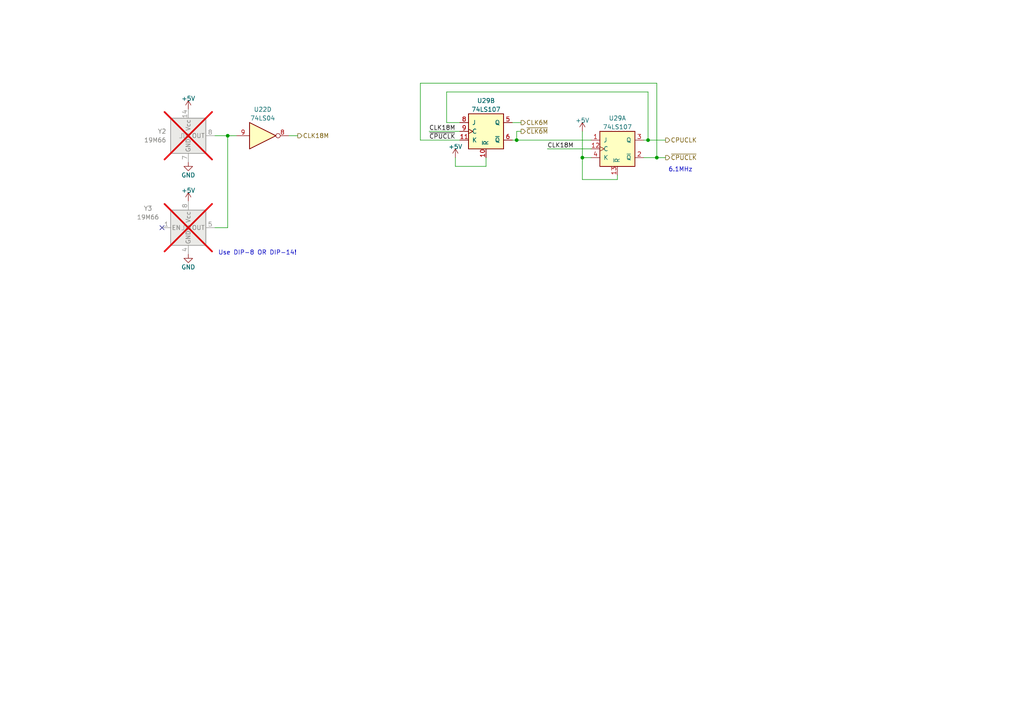
<source format=kicad_sch>
(kicad_sch (version 20231120) (generator "eeschema") (generator_version "8.0")
  (paper "A4")
  (title_block (title "EVA1 (Epson Video Adapter) - Clock Generation") (date "2025-01-09") (rev "v0.1") (company "100% Offner") (comment 1 "v0.1: Initial Release"))
  (lib_symbols
    (symbol "74xx:74LS04"
      (property "Reference" "U" (at 0 1.27 0))
      (property "Value" "74LS04" (at 0 -1.27 0))
      (symbol "74LS04_1_0"
        (polyline (pts (xy -3.81 3.81) (xy -3.81 -3.81) (xy 3.81 0) (xy -3.81 3.81)) (stroke (width 0.254)) (fill (type background)))
        (pin input line (at -7.62 0 0) (length 3.81) (name "~") (number "1"))
        (pin output inverted (at 7.62 0 180) (length 3.81) (name "~") (number "2"))
      )
      (symbol "74LS04_2_0"
        (polyline (pts (xy -3.81 3.81) (xy -3.81 -3.81) (xy 3.81 0) (xy -3.81 3.81)) (stroke (width 0.254)) (fill (type background)))
        (pin input line (at -7.62 0 0) (length 3.81) (name "~") (number "3"))
        (pin output inverted (at 7.62 0 180) (length 3.81) (name "~") (number "4"))
      )
      (symbol "74LS04_3_0"
        (polyline (pts (xy -3.81 3.81) (xy -3.81 -3.81) (xy 3.81 0) (xy -3.81 3.81)) (stroke (width 0.254)) (fill (type background)))
        (pin input line (at -7.62 0 0) (length 3.81) (name "~") (number "5"))
        (pin output inverted (at 7.62 0 180) (length 3.81) (name "~") (number "6"))
      )
      (symbol "74LS04_4_0"
        (polyline (pts (xy -3.81 3.81) (xy -3.81 -3.81) (xy 3.81 0) (xy -3.81 3.81)) (stroke (width 0.254)) (fill (type background)))
        (pin output inverted (at 7.62 0 180) (length 3.81) (name "~") (number "8"))
        (pin input line (at -7.62 0 0) (length 3.81) (name "~") (number "9"))
      )
      (symbol "74LS04_5_0"
        (polyline (pts (xy -3.81 3.81) (xy -3.81 -3.81) (xy 3.81 0) (xy -3.81 3.81)) (stroke (width 0.254)) (fill (type background)))
        (pin output inverted (at 7.62 0 180) (length 3.81) (name "~") (number "10"))
        (pin input line (at -7.62 0 0) (length 3.81) (name "~") (number "11"))
      )
      (symbol "74LS04_6_0"
        (polyline (pts (xy -3.81 3.81) (xy -3.81 -3.81) (xy 3.81 0) (xy -3.81 3.81)) (stroke (width 0.254)) (fill (type background)))
        (pin output inverted (at 7.62 0 180) (length 3.81) (name "~") (number "12"))
        (pin input line (at -7.62 0 0) (length 3.81) (name "~") (number "13"))
      )
      (symbol "74LS04_7_0"
        (pin power_in line (at 0 12.7 270) (length 5.08) (name "VCC") (number "14"))
        (pin power_in line (at 0 -12.7 90) (length 5.08) (name "GND") (number "7"))
      )
      (symbol "74LS04_7_1"
        (rectangle (start -5.08 7.62) (end 5.08 -7.62) (stroke (width 0.254)) (fill (type background)))
      )
    )
    (symbol "74xx:74LS107" (pin_names (offset 1.016))
      (property "Reference" "U" (at -7.62 8.89 0))
      (property "Value" "74LS107" (at -7.62 -8.89 0))
      (symbol "74LS107_1_0"
        (pin input line (at -7.62 2.54 0) (length 2.54) (name "J") (number "1"))
        (pin input clock (at -7.62 0 0) (length 2.54) (name "C") (number "12"))
        (pin input line (at 0 -7.62 90) (length 2.54) (name "~{R}") (number "13"))
        (pin output line (at 7.62 -2.54 180) (length 2.54) (name "~{Q}") (number "2"))
        (pin output line (at 7.62 2.54 180) (length 2.54) (name "Q") (number "3"))
        (pin input line (at -7.62 -2.54 0) (length 2.54) (name "K") (number "4"))
      )
      (symbol "74LS107_1_1"
        (rectangle (start -5.08 5.08) (end 5.08 -5.08) (stroke (width 0.254)) (fill (type background)))
      )
      (symbol "74LS107_2_0"
        (pin input line (at 0 -7.62 90) (length 2.54) (name "~{R}") (number "10"))
        (pin input line (at -7.62 -2.54 0) (length 2.54) (name "K") (number "11"))
        (pin output line (at 7.62 2.54 180) (length 2.54) (name "Q") (number "5"))
        (pin output line (at 7.62 -2.54 180) (length 2.54) (name "~{Q}") (number "6"))
        (pin input line (at -7.62 2.54 0) (length 2.54) (name "J") (number "8"))
        (pin input clock (at -7.62 0 0) (length 2.54) (name "C") (number "9"))
      )
      (symbol "74LS107_2_1"
        (rectangle (start -5.08 5.08) (end 5.08 -5.08) (stroke (width 0.254)) (fill (type background)))
      )
      (symbol "74LS107_3_0"
        (pin power_in line (at 0 10.16 270) (length 2.54) (name "VCC") (number "14"))
        (pin power_in line (at 0 -10.16 90) (length 2.54) (name "GND") (number "7"))
      )
      (symbol "74LS107_3_1"
        (rectangle (start -5.08 7.62) (end 5.08 -7.62) (stroke (width 0.254)) (fill (type background)))
      )
    )
    (symbol "Oscillator:ACO-xxxMHz" (pin_names (offset 0.254))
      (property "Reference" "Y" (at -5.08 6.35 0))
      (property "Value" "ACO-xxxMHz" (at 1.27 -6.35 0))
      (symbol "ACO-xxxMHz_0_1"
        (rectangle (start -5.08 5.08) (end 5.08 -5.08) (stroke (width 0.254)) (fill (type background)))
        (polyline (pts (xy -2.54 -0.635) (xy -1.905 -0.635) (xy -1.905 0.635) (xy -1.27 0.635) (xy -1.27 -0.635) (xy -0.635 -0.635) (xy -0.635 0.635) (xy 0 0.635) (xy 0 -0.635)))
      )
      (symbol "ACO-xxxMHz_1_1"
        (pin no_connect line (at -5.08 2.54 0) (length 2.54) hide (name "NC") (number "1"))
        (pin power_in line (at 0 7.62 270) (length 2.54) (name "Vcc") (number "14"))
        (pin power_in line (at 0 -7.62 90) (length 2.54) (name "GND") (number "7"))
        (pin output line (at 7.62 0 180) (length 2.54) (name "OUT") (number "8"))
      )
    )
    (symbol "Oscillator:CXO_DIP8" (pin_names (offset 0.254))
      (property "Reference" "Y" (at -5.08 6.35 0))
      (property "Value" "CXO_DIP8" (at 1.27 -6.35 0))
      (symbol "CXO_DIP8_0_1"
        (rectangle (start -5.08 5.08) (end 5.08 -5.08) (stroke (width 0.254)) (fill (type background)))
        (polyline (pts (xy -1.905 -0.635) (xy -1.27 -0.635) (xy -1.27 0.635) (xy -0.635 0.635) (xy -0.635 -0.635) (xy 0 -0.635) (xy 0 0.635) (xy 0.635 0.635) (xy 0.635 -0.635)))
      )
      (symbol "CXO_DIP8_1_1"
        (pin input line (at -7.62 0 0) (length 2.54) (name "EN") (number "1"))
        (pin power_in line (at 0 -7.62 90) (length 2.54) (name "GND") (number "4"))
        (pin output line (at 7.62 0 180) (length 2.54) (name "OUT") (number "5"))
        (pin power_in line (at 0 7.62 270) (length 2.54) (name "Vcc") (number "8"))
      )
    )
    (symbol "power:+5V" (power) (pin_names (offset 0))
      (property "Value" "+5V" (at 0 3.556 0))
      (symbol "+5V_0_1"
        (polyline (pts (xy -0.762 1.27) (xy 0 2.54)))
        (polyline (pts (xy 0 0) (xy 0 2.54)))
        (polyline (pts (xy 0 2.54) (xy 0.762 1.27)))
      )
      (symbol "+5V_1_1"
        (pin power_in line (at 0 0 90) (length 0) hide (name "+5V") (number "1"))
      )
    )
    (symbol "power:GND" (power) (pin_names (offset 0))
      (property "Value" "GND" (at 0 -3.81 0))
      (symbol "GND_0_1"
        (polyline (pts (xy 0 0) (xy 0 -1.27) (xy 1.27 -1.27) (xy 0 -2.54) (xy -1.27 -1.27) (xy 0 -1.27)))
      )
      (symbol "GND_1_1"
        (pin power_in line (at 0 0 270) (length 0) hide (name "GND") (number "1"))
      )
    )
  )
  (junction (at 190.5 45.72))
  (junction (at 66.04 39.37))
  (junction (at 168.91 45.72))
  (junction (at 187.96 40.64))
  (junction (at 149.86 40.64))
  (no_connect (at 46.99 66.04))
  (wire (pts (xy 149.86 40.64) (xy 171.45 40.64)))
  (wire (pts (xy 124.46 38.1) (xy 133.35 38.1)))
  (wire (pts (xy 190.5 45.72) (xy 190.5 24.13)))
  (wire (pts (xy 68.58 39.37) (xy 66.04 39.37)))
  (wire (pts (xy 140.97 45.72) (xy 140.97 48.26)))
  (wire (pts (xy 187.96 40.64) (xy 187.96 26.67)))
  (wire (pts (xy 149.86 38.1) (xy 151.13 38.1)))
  (wire (pts (xy 86.36 39.37) (xy 83.82 39.37)))
  (wire (pts (xy 129.54 26.67) (xy 129.54 35.56)))
  (wire (pts (xy 129.54 26.67) (xy 187.96 26.67)))
  (wire (pts (xy 179.07 50.8) (xy 179.07 52.07)))
  (wire (pts (xy 132.08 48.26) (xy 140.97 48.26)))
  (wire (pts (xy 132.08 45.72) (xy 132.08 48.26)))
  (wire (pts (xy 66.04 39.37) (xy 62.23 39.37)))
  (wire (pts (xy 66.04 66.04) (xy 66.04 39.37)))
  (wire (pts (xy 190.5 24.13) (xy 121.92 24.13)))
  (wire (pts (xy 186.69 40.64) (xy 187.96 40.64)))
  (wire (pts (xy 187.96 40.64) (xy 193.04 40.64)))
  (wire (pts (xy 62.23 66.04) (xy 66.04 66.04)))
  (wire (pts (xy 179.07 52.07) (xy 168.91 52.07)))
  (wire (pts (xy 149.86 40.64) (xy 149.86 38.1)))
  (wire (pts (xy 148.59 40.64) (xy 149.86 40.64)))
  (wire (pts (xy 148.59 35.56) (xy 151.13 35.56)))
  (wire (pts (xy 168.91 45.72) (xy 171.45 45.72)))
  (wire (pts (xy 168.91 45.72) (xy 168.91 52.07)))
  (wire (pts (xy 158.75 43.18) (xy 171.45 43.18)))
  (wire (pts (xy 186.69 45.72) (xy 190.5 45.72)))
  (wire (pts (xy 121.92 24.13) (xy 121.92 40.64)))
  (wire (pts (xy 168.91 38.1) (xy 168.91 45.72)))
  (wire (pts (xy 129.54 35.56) (xy 133.35 35.56)))
  (wire (pts (xy 121.92 40.64) (xy 133.35 40.64)))
  (wire (pts (xy 190.5 45.72) (xy 193.04 45.72)))
  (text "6.1MHz" (at 197.358 49.276 0) (effects (font (size 1.27 1.27))))
  (text "Use DIP-8 OR DIP-14!" (at 74.676 73.406 0) (effects (font (size 1.27 1.27))))
  (label "~{CPUCLK}" (at 124.46 40.64 0))
  (label "CLK18M" (at 124.46 38.1 0))
  (label "CLK18M" (at 158.75 43.18 0))
  (hierarchical_label "~{CLK6M}" (shape output) (at 151.13 38.1 0))
  (hierarchical_label "~{CPUCLK}" (shape output) (at 193.04 45.72 0))
  (hierarchical_label "CLK6M" (shape output) (at 151.13 35.56 0))
  (hierarchical_label "CPUCLK" (shape output) (at 193.04 40.64 0))
  (hierarchical_label "CLK18M" (shape output) (at 86.36 39.37 0))
  (symbol (lib_id "74xx:74LS107") (at 140.97 38.1 0) (unit 2)
    (property "Reference" "U29" (at 140.97 29.21 0))
    (property "Value" "74LS107" (at 140.97 31.75 0))
    (property "Footprint" "Package_DIP:DIP-14_W7.62mm" (effects (hide yes)))
    (property "Datasheet" "http://www.ti.com/lit/gpn/sn74LS107" (effects (hide yes)))
    (property "Description" "Dual JK Flip-Flop, reset" (effects (hide yes)))
  )
  (symbol (lib_id "power:+5V") (at 132.08 45.72 0) (unit 1)
    (property "Reference" "#PWR0146" (effects (hide yes)))
    (property "Value" "+5V" (at 132.08 42.545 0))
  )
  (symbol (lib_id "power:+5V") (at 54.61 58.42 0) (unit 1)
    (property "Reference" "#PWR026" (effects (hide yes)))
    (property "Value" "+5V" (at 54.61 55.245 0))
  )
  (symbol (lib_id "power:GND") (at 54.61 46.99 0) (unit 1)
    (property "Reference" "#PWR021" (effects (hide yes)))
    (property "Value" "GND" (at 54.61 50.8 0))
  )
  (symbol (lib_id "power:+5V") (at 54.61 31.75 0) (unit 1)
    (property "Reference" "#PWR023" (effects (hide yes)))
    (property "Value" "+5V" (at 54.61 28.575 0))
  )
  (symbol (lib_id "74xx:74LS107") (at 179.07 43.18 0) (unit 1)
    (property "Reference" "U29" (at 179.07 34.29 0))
    (property "Value" "74LS107" (at 179.07 36.83 0))
    (property "Footprint" "Package_DIP:DIP-14_W7.62mm" (effects (hide yes)))
    (property "Datasheet" "http://www.ti.com/lit/gpn/sn74LS107" (effects (hide yes)))
    (property "Description" "Dual JK Flip-Flop, reset" (effects (hide yes)))
  )
  (symbol (lib_id "74xx:74LS04") (at 76.2 39.37 0) (unit 4)
    (property "Reference" "U22" (at 76.2 31.75 0))
    (property "Value" "74LS04" (at 76.2 34.29 0))
    (property "Footprint" "Package_DIP:DIP-14_W7.62mm" (effects (hide yes)))
    (property "Datasheet" "http://www.ti.com/lit/gpn/sn74LS04" (effects (hide yes)))
    (property "Description" "Hex Inverter" (effects (hide yes)))
  )
  (symbol (lib_id "power:GND") (at 54.61 73.66 0) (unit 1)
    (property "Reference" "#PWR029" (effects (hide yes)))
    (property "Value" "GND" (at 54.61 77.47 0))
  )
  (symbol (lib_id "Oscillator:ACO-xxxMHz") (at 54.61 39.37 0) (unit 1) (dnp yes)
    (property "Reference" "Y2" (at 48.26 38.0999 0) (effects (justify right)))
    (property "Value" "19M66" (at 48.26 40.6399 0) (effects (justify right)))
    (property "Footprint" "Oscillator:Oscillator_DIP-14" (effects (hide yes)))
    (property "Datasheet" "http://www.conwin.com/datasheets/cx/cx030.pdf" (effects (hide yes)))
    (property "Description" "HCMOS Crystal Clock Oscillator, DIP14-style metal package" (effects (hide yes)))
  )
  (symbol (lib_id "Oscillator:CXO_DIP8") (at 54.61 66.04 0) (unit 1) (dnp yes)
    (property "Reference" "Y3" (at 42.926 60.452 0))
    (property "Value" "19M66" (at 42.926 62.992 0))
    (property "Footprint" "Oscillator:Oscillator_DIP-8" (effects (hide yes)))
    (property "Datasheet" "http://cdn-reichelt.de/documents/datenblatt/B400/OSZI.pdf" (effects (hide yes)))
    (property "Description" "Crystal Clock Oscillator, DIP8-style metal package" (effects (hide yes)))
  )
  (symbol (lib_id "power:+5V") (at 168.91 38.1 0) (unit 1)
    (property "Reference" "#PWR0157" (effects (hide yes)))
    (property "Value" "+5V" (at 168.91 34.925 0))
  )
)
</source>
